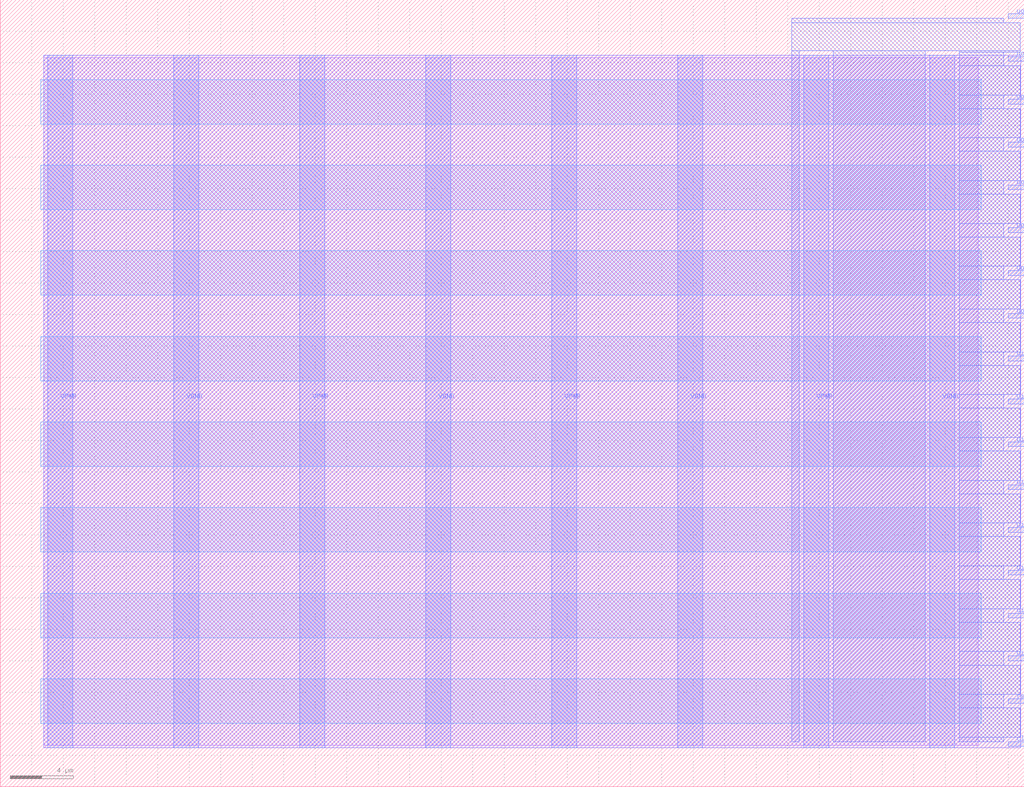
<source format=lef>
VERSION 5.7 ;
  NOWIREEXTENSIONATPIN ON ;
  DIVIDERCHAR "/" ;
  BUSBITCHARS "[]" ;
MACRO tt_um_roy1707018_sensor
  CLASS BLOCK ;
  FOREIGN tt_um_roy1707018_sensor ;
  ORIGIN 0.000 0.000 ;
  SIZE 65.000 BY 50.000 ;
  PIN VGND
    DIRECTION INOUT ;
    USE GROUND ;
    PORT
      LAYER met2 ;
        RECT 11.000 2.480 12.600 46.480 ;
    END
    PORT
      LAYER met2 ;
        RECT 27.000 2.480 28.600 46.480 ;
    END
    PORT
      LAYER met2 ;
        RECT 43.000 2.480 44.600 46.480 ;
    END
    PORT
      LAYER met2 ;
        RECT 59.000 2.480 60.600 46.480 ;
    END
  END VGND
  PIN VPWR
    DIRECTION INOUT ;
    USE POWER ;
    PORT
      LAYER met2 ;
        RECT 3.000 2.480 4.600 46.480 ;
    END
    PORT
      LAYER met2 ;
        RECT 19.000 2.480 20.600 46.480 ;
    END
    PORT
      LAYER met2 ;
        RECT 35.000 2.480 36.600 46.480 ;
    END
    PORT
      LAYER met2 ;
        RECT 51.000 2.480 52.600 46.480 ;
    END
  END VPWR
  PIN clk
    DIRECTION INPUT ;
    USE SIGNAL ;
    ANTENNAGATEAREA 0.852000 ;
    PORT
      LAYER met2 ;
        RECT 64.000 2.570 65.000 2.870 ;
    END
  END clk
  PIN rst_n
    DIRECTION INPUT ;
    USE SIGNAL ;
    PORT
      LAYER met2 ;
        RECT 64.000 5.290 65.000 5.590 ;
    END
  END rst_n
  PIN ui_in[0]
    DIRECTION INPUT ;
    USE SIGNAL ;
    PORT
      LAYER met2 ;
        RECT 64.000 8.010 65.000 8.310 ;
    END
  END ui_in[0]
  PIN ui_in[1]
    DIRECTION INPUT ;
    USE SIGNAL ;
    PORT
      LAYER met2 ;
        RECT 64.000 10.730 65.000 11.030 ;
    END
  END ui_in[1]
  PIN ui_in[2]
    DIRECTION INPUT ;
    USE SIGNAL ;
    PORT
      LAYER met2 ;
        RECT 64.000 13.450 65.000 13.750 ;
    END
  END ui_in[2]
  PIN ui_in[3]
    DIRECTION INPUT ;
    USE SIGNAL ;
    PORT
      LAYER met2 ;
        RECT 64.000 16.170 65.000 16.470 ;
    END
  END ui_in[3]
  PIN ui_in[4]
    DIRECTION INPUT ;
    USE SIGNAL ;
    PORT
      LAYER met2 ;
        RECT 64.000 18.890 65.000 19.190 ;
    END
  END ui_in[4]
  PIN ui_in[5]
    DIRECTION INPUT ;
    USE SIGNAL ;
    PORT
      LAYER met2 ;
        RECT 64.000 21.610 65.000 21.910 ;
    END
  END ui_in[5]
  PIN ui_in[6]
    DIRECTION INPUT ;
    USE SIGNAL ;
    PORT
      LAYER met2 ;
        RECT 64.000 24.330 65.000 24.630 ;
    END
  END ui_in[6]
  PIN ui_in[7]
    DIRECTION INPUT ;
    USE SIGNAL ;
    PORT
      LAYER met2 ;
        RECT 64.000 27.050 65.000 27.350 ;
    END
  END ui_in[7]
  PIN uo_out[0]
    DIRECTION OUTPUT ;
    USE SIGNAL ;
    ANTENNADIFFAREA 0.445500 ;
    PORT
      LAYER met2 ;
        RECT 64.000 29.770 65.000 30.070 ;
    END
  END uo_out[0]
  PIN uo_out[1]
    DIRECTION OUTPUT ;
    USE SIGNAL ;
    ANTENNADIFFAREA 0.445500 ;
    PORT
      LAYER met2 ;
        RECT 64.000 32.490 65.000 32.790 ;
    END
  END uo_out[1]
  PIN uo_out[2]
    DIRECTION OUTPUT ;
    USE SIGNAL ;
    ANTENNADIFFAREA 0.445500 ;
    PORT
      LAYER met2 ;
        RECT 64.000 35.210 65.000 35.510 ;
    END
  END uo_out[2]
  PIN uo_out[3]
    DIRECTION OUTPUT ;
    USE SIGNAL ;
    ANTENNADIFFAREA 0.445500 ;
    PORT
      LAYER met2 ;
        RECT 64.000 37.930 65.000 38.230 ;
    END
  END uo_out[3]
  PIN uo_out[4]
    DIRECTION OUTPUT ;
    USE SIGNAL ;
    ANTENNADIFFAREA 0.445500 ;
    PORT
      LAYER met2 ;
        RECT 64.000 40.650 65.000 40.950 ;
    END
  END uo_out[4]
  PIN uo_out[5]
    DIRECTION OUTPUT ;
    USE SIGNAL ;
    ANTENNADIFFAREA 0.445500 ;
    PORT
      LAYER met2 ;
        RECT 64.000 43.370 65.000 43.670 ;
    END
  END uo_out[5]
  PIN uo_out[6]
    DIRECTION OUTPUT ;
    USE SIGNAL ;
    ANTENNADIFFAREA 0.445500 ;
    PORT
      LAYER met2 ;
        RECT 64.000 46.090 65.000 46.390 ;
    END
  END uo_out[6]
  PIN uo_out[7]
    DIRECTION OUTPUT ;
    USE SIGNAL ;
    ANTENNADIFFAREA 0.445500 ;
    PORT
      LAYER met2 ;
        RECT 64.000 48.810 65.000 49.110 ;
    END
  END uo_out[7]
  OBS
      LAYER nwell ;
        RECT 2.570 42.105 62.290 44.935 ;
        RECT 2.570 36.665 62.290 39.495 ;
        RECT 2.570 31.225 62.290 34.055 ;
        RECT 2.570 25.785 62.290 28.615 ;
        RECT 2.570 20.345 62.290 23.175 ;
        RECT 2.570 14.905 62.290 17.735 ;
        RECT 2.570 9.465 62.290 12.295 ;
        RECT 2.570 4.025 62.290 6.855 ;
      LAYER li1 ;
        RECT 2.760 2.635 62.100 46.325 ;
      LAYER met1 ;
        RECT 2.760 2.480 64.790 46.480 ;
      LAYER met2 ;
        RECT 50.240 48.530 63.720 48.810 ;
        RECT 50.240 46.760 64.760 48.530 ;
        RECT 50.240 2.870 50.720 46.760 ;
        RECT 52.880 2.870 58.720 46.760 ;
        RECT 60.880 46.670 64.760 46.760 ;
        RECT 60.880 45.810 63.720 46.670 ;
        RECT 60.880 43.950 64.760 45.810 ;
        RECT 60.880 43.090 63.720 43.950 ;
        RECT 60.880 41.230 64.760 43.090 ;
        RECT 60.880 40.370 63.720 41.230 ;
        RECT 60.880 38.510 64.760 40.370 ;
        RECT 60.880 37.650 63.720 38.510 ;
        RECT 60.880 35.790 64.760 37.650 ;
        RECT 60.880 34.930 63.720 35.790 ;
        RECT 60.880 33.070 64.760 34.930 ;
        RECT 60.880 32.210 63.720 33.070 ;
        RECT 60.880 30.350 64.760 32.210 ;
        RECT 60.880 29.490 63.720 30.350 ;
        RECT 60.880 27.630 64.760 29.490 ;
        RECT 60.880 26.770 63.720 27.630 ;
        RECT 60.880 24.910 64.760 26.770 ;
        RECT 60.880 24.050 63.720 24.910 ;
        RECT 60.880 22.190 64.760 24.050 ;
        RECT 60.880 21.330 63.720 22.190 ;
        RECT 60.880 19.470 64.760 21.330 ;
        RECT 60.880 18.610 63.720 19.470 ;
        RECT 60.880 16.750 64.760 18.610 ;
        RECT 60.880 15.890 63.720 16.750 ;
        RECT 60.880 14.030 64.760 15.890 ;
        RECT 60.880 13.170 63.720 14.030 ;
        RECT 60.880 11.310 64.760 13.170 ;
        RECT 60.880 10.450 63.720 11.310 ;
        RECT 60.880 8.590 64.760 10.450 ;
        RECT 60.880 7.730 63.720 8.590 ;
        RECT 60.880 5.870 64.760 7.730 ;
        RECT 60.880 5.010 63.720 5.870 ;
        RECT 60.880 3.150 64.760 5.010 ;
        RECT 60.880 2.870 63.720 3.150 ;
  END
END tt_um_roy1707018_sensor
END LIBRARY


</source>
